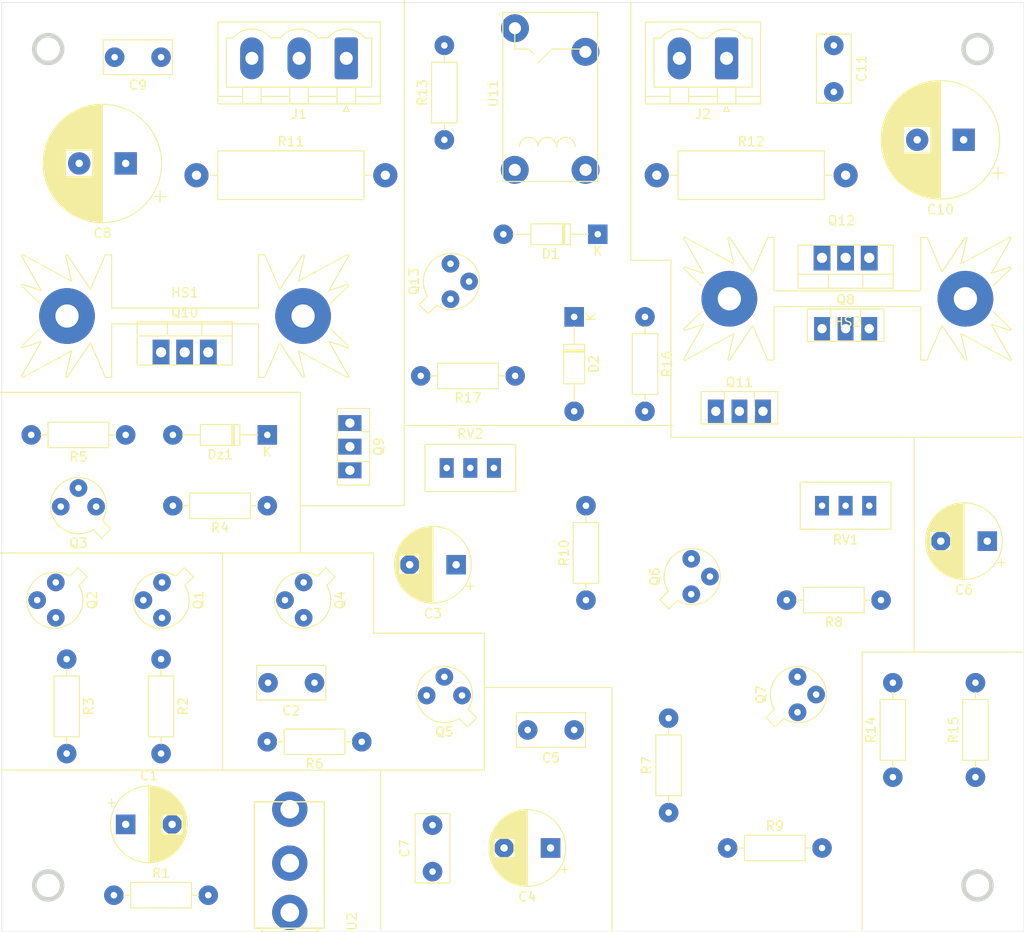
<source format=kicad_pcb>
(kicad_pcb (version 20171130) (host pcbnew "(5.1.9)-1")
  (title_block (title "PCB BE Elec - Rey Raucroy Berho") (date 2021-04-17) (rev V0) (company "INSA GEI"))
  (layers (0 F.Cu signal hide) (31 B.Cu signal hide) (34 B.Paste user hide) (35 F.Paste user hide) (36 B.SilkS user hide) (37 F.SilkS user) (38 B.Mask user hide) (39 F.Mask user) (44 Edge.Cuts user))
  (net 0 "")
  (net 1 "Net-(C1-Pad2)")
  (net 2 "Net-(C1-Pad1)")
  (net 3 "Net-(C2-Pad2)")
  (net 4 "Net-(C2-Pad1)")
  (net 5 "Net-(C3-Pad1)")
  (net 6 -12V)
  (net 7 GND)
  (net 8 +12V)
  (net 9 "Net-(D1-Pad2)")
  (net 10 "Net-(D2-Pad1)")
  (net 11 "Net-(Dz1-Pad2)")
  (net 12 "Net-(J2-Pad1)")
  (net 13 "Net-(Q1-Pad1)")
  (net 14 "Net-(Q2-Pad2)")
  (net 15 "Net-(Q2-Pad3)")
  (net 16 "Net-(Q3-Pad1)")
  (net 17 "Net-(Q4-Pad1)")
  (net 18 "Net-(Q5-Pad1)")
  (net 19 "Net-(Q6-Pad3)")
  (net 20 "Net-(Q6-Pad2)")
  (net 21 "Net-(Q6-Pad1)")
  (net 22 "Net-(Q7-Pad1)")
  (net 23 "Net-(Q8-Pad3)")
  (net 24 "Net-(Q10-Pad1)")
  (net 25 "Net-(Q10-Pad2)")
  (net 26 "Net-(Q11-Pad1)")
  (net 27 "Net-(Q11-Pad2)")
  (net 28 "Net-(R8-Pad1)")
  (net 29 "Net-(R10-Pad2)")
  (net 30 "Net-(R11-Pad2)")
  (net 31 "Net-(U2-PadTN)")
  (module CmpAmpliAudio:CP_Radial_D12.5mm_P5.00mm (layer F.Cu) (at 143.51 64.77 180)
    (fp_text reference C10 (at 2.5 -7.5) (layer F.SilkS))
    (fp_text value 470u)
    (pad 1 thru_hole rect (at 0 0 180) (size 2.4 2.4) (drill 0.8) (layers *.Cu *.Mask) (net 7 GND))
    (pad 2 thru_hole circle (at 5 0 180) (size 2.4 2.4) (drill 0.8) (layers *.Cu *.Mask) (net 6 -12V))
  )
  (module CmpAmpliAudio:CP_Radial_D12.5mm_P5.00mm (layer F.Cu) (at 53.34 67.31 180)
    (fp_text reference C8 (at 2.5 -7.5) (layer F.SilkS))
    (fp_text value 470u)
    (pad 2 thru_hole circle (at 5 0 180) (size 2.4 2.4) (drill 0.8) (layers *.Cu *.Mask) (net 7 GND))
    (pad 1 thru_hole rect (at 0 0 180) (size 2.4 2.4) (drill 0.8) (layers *.Cu *.Mask) (net 8 +12V))
  )
  (module CmpAmpliAudio:Jack_35RAPC2AV (layer F.Cu) (at 71 150 90)
    (fp_text reference U2 (at 1.1 6.7 90) (layer F.SilkS))
    (fp_text value Jack_Mono)
    (pad TN thru_hole circle (at 13.2 0 90) (size 3.8 3.8) (drill 2) (layers *.Cu *.Mask) (net 31 "Net-(U2-PadTN)"))
    (pad G thru_hole circle (at 2.1 0 90) (size 3.8 3.8) (drill 2) (layers *.Cu *.Mask) (net 7 GND))
    (pad T thru_hole circle (at 7.4 0 90) (size 3.8 3.8) (drill 2) (layers *.Cu *.Mask) (net 1 "Net-(C1-Pad2)"))
  )
  (module CmpAmpliAudio:Potentiometer_Bourns_3296W_Vertical (layer F.Cu) (at 92.964 100.076)
    (fp_text reference RV2 (at -2.54 -3.66) (layer F.SilkS))
    (fp_text value R_POT)
    (pad 3 thru_hole rect (at -5.08 0) (size 1.5 2.1) (drill 0.7) (layers *.Cu *.Mask) (net 7 GND))
    (pad 2 thru_hole rect (at -2.54 0) (size 1.5 2.1) (drill 0.7) (layers *.Cu *.Mask) (net 29 "Net-(R10-Pad2)"))
    (pad 1 thru_hole rect (at 0 0) (size 1.5 2.1) (drill 0.7) (layers *.Cu *.Mask) (net 29 "Net-(R10-Pad2)"))
  )
  (module CmpAmpliAudio:Potentiometer_Bourns_3296W_Vertical (layer F.Cu) (at 128.27 104.14 180)
    (fp_text reference RV1 (at -2.54 -3.66) (layer F.SilkS))
    (fp_text value R_POT)
    (pad 1 thru_hole rect (at 0 0 180) (size 1.5 2.1) (drill 0.7) (layers *.Cu *.Mask) (net 19 "Net-(Q6-Pad3)"))
    (pad 2 thru_hole rect (at -2.54 0 180) (size 1.5 2.1) (drill 0.7) (layers *.Cu *.Mask) (net 23 "Net-(Q8-Pad3)"))
    (pad 3 thru_hole rect (at -5.08 0 180) (size 1.5 2.1) (drill 0.7) (layers *.Cu *.Mask) (net 28 "Net-(R8-Pad1)"))
  )
  (module CmpAmpliAudio:R_Axial_DIN0207_L6.3mm_D2.5mm_P10.16mm_Horizontal (layer F.Cu) (at 95.25 90.17 180)
    (fp_text reference R17 (at 5.08 -2.37) (layer F.SilkS))
    (fp_text value R)
    (pad 1 thru_hole circle (at 0 0 180) (size 2.1 2.1) (drill 0.7) (layers *.Cu *.Mask) (net 10 "Net-(D2-Pad1)"))
    (pad 2 thru_hole circle (at 10.16 0 180) (size 2.1 2.1) (drill 0.7) (layers *.Cu *.Mask) (net 7 GND))
  )
  (module CmpAmpliAudio:R_Axial_DIN0207_L6.3mm_D2.5mm_P10.16mm_Horizontal (layer F.Cu) (at 109.22 83.82 270)
    (fp_text reference R16 (at 5.08 -2.37 90) (layer F.SilkS))
    (fp_text value R)
    (pad 2 thru_hole circle (at 10.16 0 270) (size 2.1 2.1) (drill 0.7) (layers *.Cu *.Mask) (net 5 "Net-(C3-Pad1)"))
    (pad 1 thru_hole circle (at 0 0 270) (size 2.1 2.1) (drill 0.7) (layers *.Cu *.Mask) (net 8 +12V))
  )
  (module CmpAmpliAudio:R_Axial_DIN0207_L6.3mm_D2.5mm_P10.16mm_Horizontal (layer F.Cu) (at 144.78 133.35 90)
    (fp_text reference R15 (at 5.08 -2.37 90) (layer F.SilkS))
    (fp_text value R)
    (pad 1 thru_hole circle (at 0 0 90) (size 2.1 2.1) (drill 0.7) (layers *.Cu *.Mask) (net 14 "Net-(Q2-Pad2)"))
    (pad 2 thru_hole circle (at 10.16 0 90) (size 2.1 2.1) (drill 0.7) (layers *.Cu *.Mask) (net 7 GND))
  )
  (module CmpAmpliAudio:R_Axial_DIN0207_L6.3mm_D2.5mm_P10.16mm_Horizontal (layer F.Cu) (at 135.89 133.35 90)
    (fp_text reference R14 (at 5.08 -2.37 90) (layer F.SilkS))
    (fp_text value R)
    (pad 1 thru_hole circle (at 0 0 90) (size 2.1 2.1) (drill 0.7) (layers *.Cu *.Mask) (net 14 "Net-(Q2-Pad2)"))
    (pad 2 thru_hole circle (at 10.16 0 90) (size 2.1 2.1) (drill 0.7) (layers *.Cu *.Mask) (net 30 "Net-(R11-Pad2)"))
  )
  (module CmpAmpliAudio:R_Axial_DIN0207_L6.3mm_D2.5mm_P10.16mm_Horizontal (layer F.Cu) (at 87.63 64.77 90)
    (fp_text reference R13 (at 5.08 -2.37 90) (layer F.SilkS))
    (fp_text value R)
    (pad 1 thru_hole circle (at 0 0 90) (size 2.1 2.1) (drill 0.7) (layers *.Cu *.Mask) (net 30 "Net-(R11-Pad2)"))
    (pad 2 thru_hole circle (at 10.16 0 90) (size 2.1 2.1) (drill 0.7) (layers *.Cu *.Mask) (net 7 GND))
  )
  (module CmpAmpliAudio:R_Axial_DIN0516_L15.5mm_D5.0mm_P20.32mm_Horizontal (layer F.Cu) (at 110.49 68.58)
    (fp_text reference R12 (at 10.16 -3.62) (layer F.SilkS))
    (fp_text value R)
    (pad 1 thru_hole circle (at 0 0) (size 2.6 2.6) (drill 1) (layers *.Cu *.Mask) (net 30 "Net-(R11-Pad2)"))
    (pad 2 thru_hole oval (at 20.32 0) (size 2.6 2.6) (drill 1) (layers *.Cu *.Mask) (net 26 "Net-(Q11-Pad1)"))
  )
  (module CmpAmpliAudio:R_Axial_DIN0516_L15.5mm_D5.0mm_P20.32mm_Horizontal (layer F.Cu) (at 60.96 68.58)
    (fp_text reference R11 (at 10.16 -3.62) (layer F.SilkS))
    (fp_text value R)
    (pad 2 thru_hole oval (at 20.32 0) (size 2.6 2.6) (drill 1) (layers *.Cu *.Mask) (net 30 "Net-(R11-Pad2)"))
    (pad 1 thru_hole circle (at 0 0) (size 2.6 2.6) (drill 1) (layers *.Cu *.Mask) (net 25 "Net-(Q10-Pad2)"))
  )
  (module CmpAmpliAudio:R_Axial_DIN0207_L6.3mm_D2.5mm_P10.16mm_Horizontal (layer F.Cu) (at 102.87 114.3 90)
    (fp_text reference R10 (at 5.08 -2.37 90) (layer F.SilkS))
    (fp_text value R)
    (pad 1 thru_hole circle (at 0 0 90) (size 2.1 2.1) (drill 0.7) (layers *.Cu *.Mask) (net 20 "Net-(Q6-Pad2)"))
    (pad 2 thru_hole circle (at 10.16 0 90) (size 2.1 2.1) (drill 0.7) (layers *.Cu *.Mask) (net 29 "Net-(R10-Pad2)"))
  )
  (module CmpAmpliAudio:R_Axial_DIN0207_L6.3mm_D2.5mm_P10.16mm_Horizontal (layer F.Cu) (at 118.11 140.97)
    (fp_text reference R9 (at 5.08 -2.37) (layer F.SilkS))
    (fp_text value R)
    (pad 1 thru_hole circle (at 0 0) (size 2.1 2.1) (drill 0.7) (layers *.Cu *.Mask) (net 8 +12V))
    (pad 2 thru_hole circle (at 10.16 0) (size 2.1 2.1) (drill 0.7) (layers *.Cu *.Mask) (net 22 "Net-(Q7-Pad1)"))
  )
  (module CmpAmpliAudio:R_Axial_DIN0207_L6.3mm_D2.5mm_P10.16mm_Horizontal (layer F.Cu) (at 134.62 114.3 180)
    (fp_text reference R8 (at 5.08 -2.37) (layer F.SilkS))
    (fp_text value R)
    (pad 1 thru_hole circle (at 0 0 180) (size 2.1 2.1) (drill 0.7) (layers *.Cu *.Mask) (net 28 "Net-(R8-Pad1)"))
    (pad 2 thru_hole circle (at 10.16 0 180) (size 2.1 2.1) (drill 0.7) (layers *.Cu *.Mask) (net 4 "Net-(C2-Pad1)"))
  )
  (module CmpAmpliAudio:R_Axial_DIN0207_L6.3mm_D2.5mm_P10.16mm_Horizontal (layer F.Cu) (at 111.76 137.16 90)
    (fp_text reference R7 (at 5.08 -2.37 90) (layer F.SilkS))
    (fp_text value R)
    (pad 1 thru_hole circle (at 0 0 90) (size 2.1 2.1) (drill 0.7) (layers *.Cu *.Mask) (net 8 +12V))
    (pad 2 thru_hole circle (at 10.16 0 90) (size 2.1 2.1) (drill 0.7) (layers *.Cu *.Mask) (net 21 "Net-(Q6-Pad1)"))
  )
  (module CmpAmpliAudio:R_Axial_DIN0207_L6.3mm_D2.5mm_P10.16mm_Horizontal (layer F.Cu) (at 78.74 129.54 180)
    (fp_text reference R6 (at 5.08 -2.37) (layer F.SilkS))
    (fp_text value R)
    (pad 1 thru_hole circle (at 0 0 180) (size 2.1 2.1) (drill 0.7) (layers *.Cu *.Mask) (net 18 "Net-(Q5-Pad1)"))
    (pad 2 thru_hole circle (at 10.16 0 180) (size 2.1 2.1) (drill 0.7) (layers *.Cu *.Mask) (net 6 -12V))
  )
  (module CmpAmpliAudio:R_Axial_DIN0207_L6.3mm_D2.5mm_P10.16mm_Horizontal (layer F.Cu) (at 53.34 96.52 180)
    (fp_text reference R5 (at 5.08 -2.37) (layer F.SilkS))
    (fp_text value R)
    (pad 1 thru_hole circle (at 0 0 180) (size 2.1 2.1) (drill 0.7) (layers *.Cu *.Mask) (net 11 "Net-(Dz1-Pad2)"))
    (pad 2 thru_hole circle (at 10.16 0 180) (size 2.1 2.1) (drill 0.7) (layers *.Cu *.Mask) (net 7 GND))
  )
  (module CmpAmpliAudio:R_Axial_DIN0207_L6.3mm_D2.5mm_P10.16mm_Horizontal (layer F.Cu) (at 68.58 104.14 180)
    (fp_text reference R4 (at 5.08 -2.37) (layer F.SilkS))
    (fp_text value R)
    (pad 1 thru_hole circle (at 0 0 180) (size 2.1 2.1) (drill 0.7) (layers *.Cu *.Mask) (net 8 +12V))
    (pad 2 thru_hole circle (at 10.16 0 180) (size 2.1 2.1) (drill 0.7) (layers *.Cu *.Mask) (net 16 "Net-(Q3-Pad1)"))
  )
  (module CmpAmpliAudio:R_Axial_DIN0207_L6.3mm_D2.5mm_P10.16mm_Horizontal (layer F.Cu) (at 46.99 120.65 270)
    (fp_text reference R3 (at 5.08 -2.37 90) (layer F.SilkS))
    (fp_text value R)
    (pad 2 thru_hole circle (at 10.16 0 270) (size 2.1 2.1) (drill 0.7) (layers *.Cu *.Mask) (net 6 -12V))
    (pad 1 thru_hole circle (at 0 0 270) (size 2.1 2.1) (drill 0.7) (layers *.Cu *.Mask) (net 15 "Net-(Q2-Pad3)"))
  )
  (module CmpAmpliAudio:R_Axial_DIN0207_L6.3mm_D2.5mm_P10.16mm_Horizontal (layer F.Cu) (at 57.15 120.65 270)
    (fp_text reference R2 (at 5.08 -2.37 90) (layer F.SilkS))
    (fp_text value R)
    (pad 2 thru_hole circle (at 10.16 0 270) (size 2.1 2.1) (drill 0.7) (layers *.Cu *.Mask) (net 6 -12V))
    (pad 1 thru_hole circle (at 0 0 270) (size 2.1 2.1) (drill 0.7) (layers *.Cu *.Mask) (net 3 "Net-(C2-Pad2)"))
  )
  (module CmpAmpliAudio:R_Axial_DIN0207_L6.3mm_D2.5mm_P10.16mm_Horizontal (layer F.Cu) (at 52.07 146.05)
    (fp_text reference R1 (at 5.08 -2.37) (layer F.SilkS))
    (fp_text value R)
    (pad 2 thru_hole circle (at 10.16 0) (size 2.1 2.1) (drill 0.7) (layers *.Cu *.Mask) (net 7 GND))
    (pad 1 thru_hole circle (at 0 0) (size 2.1 2.1) (drill 0.7) (layers *.Cu *.Mask) (net 2 "Net-(C1-Pad1)"))
  )
  (module CmpAmpliAudio:TO-18-3 (layer F.Cu) (at 88.392 81.28 90)
    (fp_text reference Q13 (at 1.27 -4.02 90) (layer F.SilkS))
    (fp_text value 2N2222)
    (pad 3 thru_hole circle (at 3.175 -0.1 90) (size 1.9 1.9) (drill 0.7) (layers *.Cu *.Mask) (net 9 "Net-(D1-Pad2)"))
    (pad 2 thru_hole circle (at 1.27 1.905 90) (size 1.9 1.9) (drill 0.7) (layers *.Cu *.Mask) (net 10 "Net-(D2-Pad1)"))
    (pad 1 thru_hole circle (at -0.635 -0.1 90) (size 1.9 1.9) (drill 0.7) (layers *.Cu *.Mask) (net 7 GND))
  )
  (module CmpAmpliAudio:TO-220-3_Vertical (layer F.Cu) (at 133.35 77.47 180)
    (fp_text reference Q12 (at 3 4) (layer F.SilkS))
    (fp_text value TIP31)
    (pad 1 thru_hole rect (at 0 0 180) (size 1.8 2.7) (drill 1.1) (layers *.Cu *.Mask) (net 27 "Net-(Q11-Pad2)"))
    (pad 2 thru_hole rect (at 2.54 0 180) (size 1.8 2.7) (drill 1.1) (layers *.Cu *.Mask) (net 26 "Net-(Q11-Pad1)"))
    (pad 3 thru_hole rect (at 5.08 0 180) (size 1.8 2.7) (drill 1.1) (layers *.Cu *.Mask) (net 6 -12V))
  )
  (module CmpAmpliAudio:TO-126-3_Vertical (layer F.Cu) (at 116.84 93.98)
    (fp_text reference Q11 (at 2.54 -3.12) (layer F.SilkS))
    (fp_text value BD138)
    (pad 3 thru_hole rect (at 5.08 0) (size 1.7 2.5) (drill 1) (layers *.Cu *.Mask) (net 4 "Net-(C2-Pad1)"))
    (pad 2 thru_hole rect (at 2.54 0) (size 1.7 2.5) (drill 1) (layers *.Cu *.Mask) (net 27 "Net-(Q11-Pad2)"))
    (pad 1 thru_hole rect (at 0 0) (size 1.7 2.5) (drill 1) (layers *.Cu *.Mask) (net 26 "Net-(Q11-Pad1)"))
  )
  (module CmpAmpliAudio:TO-220-3_Vertical (layer F.Cu) (at 57.15 87.63)
    (fp_text reference Q10 (at 2.54 -4.27) (layer F.SilkS))
    (fp_text value TIP32)
    (pad 1 thru_hole rect (at 0 0) (size 1.8 2.7) (drill 1.1) (layers *.Cu *.Mask) (net 24 "Net-(Q10-Pad1)"))
    (pad 2 thru_hole rect (at 2.54 0) (size 1.8 2.7) (drill 1.1) (layers *.Cu *.Mask) (net 25 "Net-(Q10-Pad2)"))
    (pad 3 thru_hole rect (at 5.08 0) (size 1.8 2.7) (drill 1.1) (layers *.Cu *.Mask) (net 8 +12V))
  )
  (module CmpAmpliAudio:TO-126-3_Vertical (layer F.Cu) (at 77.47 95.25 270)
    (fp_text reference Q9 (at 2.54 -3.12 90) (layer F.SilkS))
    (fp_text value BD139)
    (pad 3 thru_hole rect (at 5.08 0 270) (size 1.7 2.5) (drill 1) (layers *.Cu *.Mask) (net 19 "Net-(Q6-Pad3)"))
    (pad 2 thru_hole rect (at 2.54 0 270) (size 1.7 2.5) (drill 1) (layers *.Cu *.Mask) (net 24 "Net-(Q10-Pad1)"))
    (pad 1 thru_hole rect (at 0 0 270) (size 1.7 2.5) (drill 1) (layers *.Cu *.Mask) (net 25 "Net-(Q10-Pad2)"))
  )
  (module CmpAmpliAudio:TO-126-3_Vertical (layer F.Cu) (at 128.27 85.09)
    (fp_text reference Q8 (at 2.54 -3.12) (layer F.SilkS))
    (fp_text value BD139)
    (pad 3 thru_hole rect (at 5.08 0) (size 1.7 2.5) (drill 1) (layers *.Cu *.Mask) (net 23 "Net-(Q8-Pad3)"))
    (pad 2 thru_hole rect (at 2.54 0) (size 1.7 2.5) (drill 1) (layers *.Cu *.Mask) (net 19 "Net-(Q6-Pad3)"))
    (pad 1 thru_hole rect (at 0 0) (size 1.7 2.5) (drill 1) (layers *.Cu *.Mask) (net 4 "Net-(C2-Pad1)"))
  )
  (module CmpAmpliAudio:TO-18-3 (layer F.Cu) (at 125.73 125.73 90)
    (fp_text reference Q7 (at 1.27 -4.02 90) (layer F.SilkS))
    (fp_text value 2N2907)
    (pad 3 thru_hole circle (at 3.175 -0.1 90) (size 1.9 1.9) (drill 0.7) (layers *.Cu *.Mask) (net 20 "Net-(Q6-Pad2)"))
    (pad 2 thru_hole circle (at 1.27 1.905 90) (size 1.9 1.9) (drill 0.7) (layers *.Cu *.Mask) (net 20 "Net-(Q6-Pad2)"))
    (pad 1 thru_hole circle (at -0.635 -0.1 90) (size 1.9 1.9) (drill 0.7) (layers *.Cu *.Mask) (net 22 "Net-(Q7-Pad1)"))
  )
  (module CmpAmpliAudio:TO-18-3 (layer F.Cu) (at 114.3 113.03 90)
    (fp_text reference Q6 (at 1.27 -4.02 90) (layer F.SilkS))
    (fp_text value 2N2907)
    (pad 3 thru_hole circle (at 3.175 -0.1 90) (size 1.9 1.9) (drill 0.7) (layers *.Cu *.Mask) (net 19 "Net-(Q6-Pad3)"))
    (pad 2 thru_hole circle (at 1.27 1.905 90) (size 1.9 1.9) (drill 0.7) (layers *.Cu *.Mask) (net 20 "Net-(Q6-Pad2)"))
    (pad 1 thru_hole circle (at -0.635 -0.1 90) (size 1.9 1.9) (drill 0.7) (layers *.Cu *.Mask) (net 21 "Net-(Q6-Pad1)"))
  )
  (module CmpAmpliAudio:TO-18-3 (layer F.Cu) (at 88.9 124.46 180)
    (fp_text reference Q5 (at 1.27 -4.02) (layer F.SilkS))
    (fp_text value 2N2222)
    (pad 1 thru_hole circle (at -0.635 -0.1 180) (size 1.9 1.9) (drill 0.7) (layers *.Cu *.Mask) (net 18 "Net-(Q5-Pad1)"))
    (pad 2 thru_hole circle (at 1.27 1.905 180) (size 1.9 1.9) (drill 0.7) (layers *.Cu *.Mask) (net 17 "Net-(Q4-Pad1)"))
    (pad 3 thru_hole circle (at 3.175 -0.1 180) (size 1.9 1.9) (drill 0.7) (layers *.Cu *.Mask) (net 4 "Net-(C2-Pad1)"))
  )
  (module CmpAmpliAudio:TO-18-3 (layer F.Cu) (at 72.39 113.03 270)
    (fp_text reference Q4 (at 1.27 -4.02 90) (layer F.SilkS))
    (fp_text value 2N2222)
    (pad 3 thru_hole circle (at 3.175 -0.1 270) (size 1.9 1.9) (drill 0.7) (layers *.Cu *.Mask) (net 4 "Net-(C2-Pad1)"))
    (pad 2 thru_hole circle (at 1.27 1.905 270) (size 1.9 1.9) (drill 0.7) (layers *.Cu *.Mask) (net 3 "Net-(C2-Pad2)"))
    (pad 1 thru_hole circle (at -0.635 -0.1 270) (size 1.9 1.9) (drill 0.7) (layers *.Cu *.Mask) (net 17 "Net-(Q4-Pad1)"))
  )
  (module CmpAmpliAudio:TO-18-3 (layer F.Cu) (at 49.53 104.14 180)
    (fp_text reference Q3 (at 1.27 -4.02) (layer F.SilkS))
    (fp_text value 2N2907)
    (pad 1 thru_hole circle (at -0.635 -0.1 180) (size 1.9 1.9) (drill 0.7) (layers *.Cu *.Mask) (net 16 "Net-(Q3-Pad1)"))
    (pad 2 thru_hole circle (at 1.27 1.905 180) (size 1.9 1.9) (drill 0.7) (layers *.Cu *.Mask) (net 11 "Net-(Dz1-Pad2)"))
    (pad 3 thru_hole circle (at 3.175 -0.1 180) (size 1.9 1.9) (drill 0.7) (layers *.Cu *.Mask) (net 13 "Net-(Q1-Pad1)"))
  )
  (module CmpAmpliAudio:TO-18-3 (layer F.Cu) (at 45.72 113.03 270)
    (fp_text reference Q2 (at 1.27 -4.02 90) (layer F.SilkS))
    (fp_text value 2N2907)
    (pad 3 thru_hole circle (at 3.175 -0.1 270) (size 1.9 1.9) (drill 0.7) (layers *.Cu *.Mask) (net 15 "Net-(Q2-Pad3)"))
    (pad 2 thru_hole circle (at 1.27 1.905 270) (size 1.9 1.9) (drill 0.7) (layers *.Cu *.Mask) (net 14 "Net-(Q2-Pad2)"))
    (pad 1 thru_hole circle (at -0.635 -0.1 270) (size 1.9 1.9) (drill 0.7) (layers *.Cu *.Mask) (net 13 "Net-(Q1-Pad1)"))
  )
  (module CmpAmpliAudio:TO-18-3 (layer F.Cu) (at 57.15 113.03 270)
    (fp_text reference Q1 (at 1.27 -4.02 90) (layer F.SilkS))
    (fp_text value 2N2907)
    (pad 1 thru_hole circle (at -0.635 -0.1 270) (size 1.9 1.9) (drill 0.7) (layers *.Cu *.Mask) (net 13 "Net-(Q1-Pad1)"))
    (pad 2 thru_hole circle (at 1.27 1.905 270) (size 1.9 1.9) (drill 0.7) (layers *.Cu *.Mask) (net 2 "Net-(C1-Pad1)"))
    (pad 3 thru_hole circle (at 3.175 -0.1 270) (size 1.9 1.9) (drill 0.7) (layers *.Cu *.Mask) (net 3 "Net-(C2-Pad2)"))
  )
  (module CmpAmpliAudio:PhoenixContact_MSTBVA_2,5_2-G-5,08_1x02_P5.08mm_Vertical (layer F.Cu) (at 118 56 180)
    (fp_text reference J2 (at 2.54 -6) (layer F.SilkS))
    (fp_text value Conn_01x02)
    (pad 1 thru_hole roundrect (at 0 0 180) (size 2.5 4.500001) (drill 1.4) (layers *.Cu *.Mask) (roundrect_rratio 0.12) (net 7 GND))
    (pad 2 thru_hole oval (at 5.08 0 180) (size 2.5 4.500001) (drill 1.4) (layers *.Cu *.Mask) (net 12 "Net-(J2-Pad1)"))
  )
  (module CmpAmpliAudio:PhoenixContact_MSTBVA_2,5_3-G-5,08_1x03_P5.08mm_Vertical (layer F.Cu) (at 77.08 56 180)
    (fp_text reference J1 (at 5.08 -6) (layer F.SilkS))
    (fp_text value Conn_01x03)
    (pad 1 thru_hole roundrect (at 0 0 180) (size 2.5 4.500001) (drill 1.4) (layers *.Cu *.Mask) (roundrect_rratio 0.12) (net 6 -12V))
    (pad 2 thru_hole oval (at 5.08 0 180) (size 2.5 4.5) (drill 1.4) (layers *.Cu *.Mask) (net 7 GND))
    (pad 3 thru_hole oval (at 10.16 0 180) (size 2.5 4.500001) (drill 1.4) (layers *.Cu *.Mask) (net 8 +12V))
  )
  (module CmpAmpliAudio:Heatsink_Fischer_SK104-STC-STIC_35x13mm_2xDrill2.5mm (layer F.Cu) (at 131 81.87 180)
    (fp_text reference HS2 (at -0.025 -2.5) (layer F.SilkS))
    (fp_text value Heatsink)
    (pad 1 thru_hole circle (at 12.7 0 180) (size 6 6) (drill 2.5) (layers *.Cu *.Mask))
    (pad 1 thru_hole circle (at -12.7 0) (size 6 6) (drill 2.5) (layers *.Cu *.Mask))
  )
  (module CmpAmpliAudio:Heatsink_Fischer_SK104-STC-STIC_35x13mm_2xDrill2.5mm (layer F.Cu) (at 59.73 83.73)
    (fp_text reference HS1 (at -0.025 -2.5) (layer F.SilkS))
    (fp_text value Heatsink)
    (pad 1 thru_hole circle (at 12.7 0) (size 6 6) (drill 2.5) (layers *.Cu *.Mask))
    (pad 1 thru_hole circle (at -12.7 0 180) (size 6 6) (drill 2.5) (layers *.Cu *.Mask))
  )
  (module CmpAmpliAudio:D_DO-35_SOD27_P10.16mm_Horizontal (layer F.Cu) (at 68.58 96.52 180)
    (fp_text reference Dz1 (at 5.08 -2.12) (layer F.SilkS))
    (fp_text value BZX55C5V1)
    (fp_text user K (at 0 -1.8) (layer F.SilkS))
    (pad 1 thru_hole rect (at 0 0 180) (size 2.1 2.1) (drill 0.7) (layers *.Cu *.Mask) (net 8 +12V))
    (pad 2 thru_hole oval (at 10.16 0 180) (size 2.1 2.1) (drill 0.7) (layers *.Cu *.Mask) (net 11 "Net-(Dz1-Pad2)"))
  )
  (module CmpAmpliAudio:D_DO-35_SOD27_P10.16mm_Horizontal (layer F.Cu) (at 101.6 83.82 270)
    (fp_text reference D2 (at 5.08 -2.12 90) (layer F.SilkS))
    (fp_text value 1N4148)
    (fp_text user K (at 0 -1.8 90) (layer F.SilkS))
    (pad 1 thru_hole rect (at 0 0 270) (size 2.1 2.1) (drill 0.7) (layers *.Cu *.Mask) (net 10 "Net-(D2-Pad1)"))
    (pad 2 thru_hole oval (at 10.16 0 270) (size 2.1 2.1) (drill 0.7) (layers *.Cu *.Mask) (net 5 "Net-(C3-Pad1)"))
  )
  (module CmpAmpliAudio:D_DO-35_SOD27_P10.16mm_Horizontal (layer F.Cu) (at 104.14 74.93 180)
    (fp_text reference D1 (at 5.08 -2.12) (layer F.SilkS))
    (fp_text value 1N4148)
    (fp_text user K (at 0 -1.8) (layer F.SilkS))
    (pad 1 thru_hole rect (at 0 0 180) (size 2.1 2.1) (drill 0.7) (layers *.Cu *.Mask) (net 8 +12V))
    (pad 2 thru_hole oval (at 10.16 0 180) (size 2.1 2.1) (drill 0.7) (layers *.Cu *.Mask) (net 9 "Net-(D1-Pad2)"))
  )
  (module CmpAmpliAudio:C_Rect_L7.2mm_W3.5mm_P5.00mm_FKS2_FKP2_MKS2_MKP2 (layer F.Cu) (at 129.54 54.61 270)
    (fp_text reference C11 (at 2.5 -3 90) (layer F.SilkS))
    (fp_text value 100n)
    (pad 1 thru_hole circle (at 0 0 270) (size 2.1 2.1) (drill 0.7) (layers *.Cu *.Mask) (net 7 GND))
    (pad 2 thru_hole circle (at 5 0 270) (size 2.1 2.1) (drill 0.7) (layers *.Cu *.Mask) (net 6 -12V))
  )
  (module CmpAmpliAudio:C_Rect_L7.2mm_W3.5mm_P5.00mm_FKS2_FKP2_MKS2_MKP2 (layer F.Cu) (at 57.15 55.88 180)
    (fp_text reference C9 (at 2.5 -3) (layer F.SilkS))
    (fp_text value 100n)
    (pad 2 thru_hole circle (at 5 0 180) (size 2.1 2.1) (drill 0.7) (layers *.Cu *.Mask) (net 7 GND))
    (pad 1 thru_hole circle (at 0 0 180) (size 2.1 2.1) (drill 0.7) (layers *.Cu *.Mask) (net 8 +12V))
  )
  (module CmpAmpliAudio:C_Rect_L7.2mm_W3.5mm_P5.00mm_FKS2_FKP2_MKS2_MKP2 (layer F.Cu) (at 86.36 143.51 90)
    (fp_text reference C7 (at 2.5 -3 90) (layer F.SilkS))
    (fp_text value 100n)
    (pad 1 thru_hole circle (at 0 0 90) (size 2.1 2.1) (drill 0.7) (layers *.Cu *.Mask) (net 7 GND))
    (pad 2 thru_hole circle (at 5 0 90) (size 2.1 2.1) (drill 0.7) (layers *.Cu *.Mask) (net 6 -12V))
  )
  (module CmpAmpliAudio:CP_Radial_D8.0mm_P5.00mm (layer F.Cu) (at 146.05 107.95 180)
    (fp_text reference C6 (at 2.5 -5.25) (layer F.SilkS))
    (fp_text value 10u)
    (pad 2 thru_hole circle (at 5 0 180) (size 2.1 2.1) (drill 0.8) (layers *.Cu *.Mask) (net 6 -12V))
    (pad 1 thru_hole rect (at 0 0 180) (size 2.1 2.1) (drill 0.8) (layers *.Cu *.Mask) (net 7 GND))
  )
  (module CmpAmpliAudio:C_Rect_L7.2mm_W3.5mm_P5.00mm_FKS2_FKP2_MKS2_MKP2 (layer F.Cu) (at 101.6 128.27 180)
    (fp_text reference C5 (at 2.5 -3) (layer F.SilkS))
    (fp_text value 100n)
    (pad 1 thru_hole circle (at 0 0 180) (size 2.1 2.1) (drill 0.7) (layers *.Cu *.Mask) (net 8 +12V))
    (pad 2 thru_hole circle (at 5 0 180) (size 2.1 2.1) (drill 0.7) (layers *.Cu *.Mask) (net 7 GND))
  )
  (module CmpAmpliAudio:CP_Radial_D8.0mm_P5.00mm (layer F.Cu) (at 99.06 140.97 180)
    (fp_text reference C4 (at 2.5 -5.25) (layer F.SilkS))
    (fp_text value 10u)
    (pad 1 thru_hole rect (at 0 0 180) (size 2.1 2.1) (drill 0.8) (layers *.Cu *.Mask) (net 8 +12V))
    (pad 2 thru_hole circle (at 5 0 180) (size 2.1 2.1) (drill 0.8) (layers *.Cu *.Mask) (net 7 GND))
  )
  (module CmpAmpliAudio:CP_Radial_D8.0mm_P5.00mm (layer F.Cu) (at 88.9 110.49 180)
    (fp_text reference C3 (at 2.5 -5.25) (layer F.SilkS))
    (fp_text value 47u)
    (pad 1 thru_hole rect (at 0 0 180) (size 2.1 2.1) (drill 0.8) (layers *.Cu *.Mask) (net 5 "Net-(C3-Pad1)"))
    (pad 2 thru_hole circle (at 5 0 180) (size 2.1 2.1) (drill 0.8) (layers *.Cu *.Mask) (net 6 -12V))
  )
  (module CmpAmpliAudio:C_Rect_L7.2mm_W3.5mm_P5.00mm_FKS2_FKP2_MKS2_MKP2 (layer F.Cu) (at 73.66 123.19 180)
    (fp_text reference C2 (at 2.5 -3) (layer F.SilkS))
    (fp_text value C)
    (pad 2 thru_hole circle (at 5 0 180) (size 2.1 2.1) (drill 0.7) (layers *.Cu *.Mask) (net 3 "Net-(C2-Pad2)"))
    (pad 1 thru_hole circle (at 0 0 180) (size 2.1 2.1) (drill 0.7) (layers *.Cu *.Mask) (net 4 "Net-(C2-Pad1)"))
  )
  (module CmpAmpliAudio:CP_Radial_D8.0mm_P5.00mm (layer F.Cu) (at 53.34 138.43)
    (fp_text reference C1 (at 2.5 -5.25) (layer F.SilkS))
    (fp_text value 47u)
    (pad 1 thru_hole rect (at 0 0) (size 2.1 2.1) (drill 0.8) (layers *.Cu *.Mask) (net 2 "Net-(C1-Pad1)"))
    (pad 2 thru_hole circle (at 5 0) (size 2.1 2.1) (drill 0.8) (layers *.Cu *.Mask) (net 1 "Net-(C1-Pad2)"))
  )
  (module CmpRelai:Relai (layer F.Cu) (at 92.71 60)
    (fp_text reference U11 (at 0.18 -0.22 90) (layer F.SilkS))
    (fp_text value Relai)
    (pad b1 thru_hole circle (at 2.5 8 90) (size 3 3) (drill 1.3) (layers *.Cu *.Mask) (net 9 "Net-(D1-Pad2)"))
    (pad c2 thru_hole circle (at 10.1 -4.7 90) (size 3 3) (drill 1.3) (layers *.Cu *.Mask) (net 12 "Net-(J2-Pad1)"))
    (pad b2 thru_hole circle (at 10.12 8 90) (size 3 3) (drill 1.3) (layers *.Cu *.Mask) (net 8 +12V))
    (pad c1 thru_hole circle (at 2.52 -7.24 90) (size 3 3) (drill 1.3) (layers *.Cu *.Mask) (net 30 "Net-(R11-Pad2)"))
  )
  (gr_line (start 138.176 96.774) (end 138.176 119.888) (layer F.SilkS) (width 0.12))
  (gr_line (start 83.312 95.504) (end 112.268 95.504) (layer F.SilkS) (width 0.12))
  (gr_line (start 132.588 119.888) (end 132.588 149.86) (layer F.SilkS) (width 0.12))
  (gr_line (start 132.588 119.888) (end 149.86 119.888) (layer F.SilkS) (width 0.12))
  (gr_line (start 83.312 104.14) (end 72.136 104.14) (layer F.SilkS) (width 0.12))
  (gr_line (start 83.312 49.784) (end 83.312 104.14) (layer F.SilkS) (width 0.12))
  (gr_line (start 112.014 96.774) (end 149.86 96.774) (layer F.SilkS) (width 0.12))
  (gr_line (start 112.014 77.724) (end 112.014 96.774) (layer F.SilkS) (width 0.12))
  (gr_line (start 107.696 77.724) (end 112.014 77.724) (layer F.SilkS) (width 0.12))
  (gr_line (start 107.696 77.724) (end 107.696 50.038) (layer F.SilkS) (width 0.12))
  (gr_line (start 72.136 91.948) (end 72.136 109.22) (layer F.SilkS) (width 0.12))
  (gr_line (start 39.878 91.948) (end 72.136 91.948) (layer F.SilkS) (width 0.12))
  (gr_line (start 105.664 123.698) (end 105.664 149.86) (layer F.SilkS) (width 0.12))
  (gr_line (start 91.948 123.698) (end 105.664 123.698) (layer F.SilkS) (width 0.12))
  (gr_line (start 91.948 132.588) (end 91.948 132.334) (layer F.SilkS) (width 0.12))
  (gr_line (start 80.772 132.588) (end 91.948 132.588) (layer F.SilkS) (width 0.12))
  (gr_line (start 91.948 117.856) (end 91.948 132.334) (layer F.SilkS) (width 0.12))
  (gr_line (start 80.01 117.856) (end 91.948 117.856) (layer F.SilkS) (width 0.12))
  (gr_line (start 80.01 109.22) (end 80.01 117.856) (layer F.SilkS) (width 0.12))
  (gr_line (start 63.754 109.22) (end 80.01 109.22) (layer F.SilkS) (width 0.12))
  (gr_line (start 63.754 109.22) (end 63.754 132.588) (layer F.SilkS) (width 0.12))
  (gr_line (start 39.878 109.22) (end 63.754 109.22) (layer F.SilkS) (width 0.12))
  (gr_line (start 80.772 132.588) (end 80.772 149.86) (layer F.SilkS) (width 0.12))
  (gr_line (start 40.132 132.588) (end 80.772 132.588) (layer F.SilkS) (width 0.12))
  (gr_line (start 150 50) (end 150 150) (layer Edge.Cuts) (width 0.05))
  (gr_circle (center 145 145) (end 146.5 145) (layer Edge.Cuts) (width 0.5))
  (gr_circle (center 45 145) (end 46.5 145) (layer Edge.Cuts) (width 0.5))
  (gr_circle (center 145 55) (end 146.5 55) (layer Edge.Cuts) (width 0.5))
  (gr_circle (center 45 55) (end 46.5 55) (layer Edge.Cuts) (width 0.5))
  (gr_line (start 40 150) (end 40 50) (layer Edge.Cuts) (width 0.05))
  (gr_line (start 150 150) (end 40 150) (layer Edge.Cuts) (width 0.05))
  (gr_line (start 40 50) (end 150 50) (layer Edge.Cuts) (width 0.05))
)
</source>
